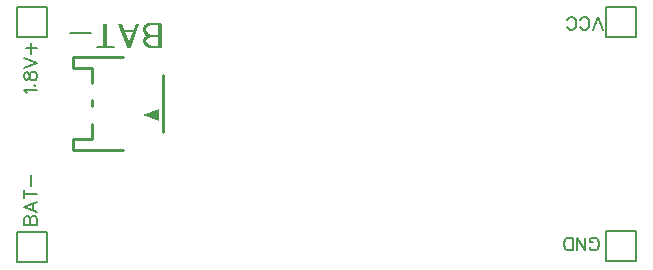
<source format=gbo>
G04 Layer: BottomSilkscreenLayer*
G04 EasyEDA v6.5.42, 2024-05-27 16:03:50*
G04 5a823164b2b14e8aa45e0a56d25f44cb,4b06660695a64fe3bf0f4e1e846abbee,10*
G04 Gerber Generator version 0.2*
G04 Scale: 100 percent, Rotated: No, Reflected: No *
G04 Dimensions in millimeters *
G04 leading zeros omitted , absolute positions ,4 integer and 5 decimal *
%FSLAX45Y45*%
%MOMM*%

%ADD10C,0.2032*%
%ADD11C,0.2030*%
%ADD12C,0.2540*%

%LPD*%
D10*
X2439962.0Y2736399.00000D02*
G01*
X2549065.0Y2736399.00000D01*
X2439962.0Y2736399.00000D02*
G01*
X2439962.0Y2783158.00000D01*
X2445156.0Y2798744.00000D01*
X2450353.0Y2803941.00000D01*
X2460744.0Y2809135.00000D01*
X2471135.0Y2809135.00000D01*
X2481526.0Y2803941.00000D01*
X2486721.0Y2798744.00000D01*
X2491917.0Y2783158.00000D01*
X2491917.0Y2736399.00000D02*
G01*
X2491917.0Y2783158.00000D01*
X2497112.0Y2798744.00000D01*
X2502306.0Y2803941.00000D01*
X2512697.0Y2809135.00000D01*
X2528285.0Y2809135.00000D01*
X2538676.0Y2803941.00000D01*
X2543871.0Y2798744.00000D01*
X2549065.0Y2783158.00000D01*
X2549065.0Y2736399.00000D01*
X2439962.0Y2884989.00000D02*
G01*
X2549065.0Y2843425.00000D01*
X2439962.0Y2884989.00000D02*
G01*
X2549065.0Y2926552.00000D01*
X2512697.0Y2859013.00000D02*
G01*
X2512697.0Y2910966.00000D01*
X2439962.0Y2997212.00000D02*
G01*
X2549065.0Y2997212.00000D01*
X2439962.0Y2960842.00000D02*
G01*
X2439962.0Y3033580.00000D01*
X2502306.0Y3067870.00000D02*
G01*
X2502306.0Y3161387.00000D01*
X2460813.0Y3853999.00000D02*
G01*
X2455479.0Y3864413.00000D01*
X2439985.0Y3879906.00000D01*
X2548950.0Y3879906.00000D01*
X2523043.0Y3919530.00000D02*
G01*
X2528377.0Y3914196.00000D01*
X2533456.0Y3919530.00000D01*
X2528377.0Y3924611.00000D01*
X2523043.0Y3919530.00000D01*
X2439985.0Y3984809.00000D02*
G01*
X2445064.0Y3969314.00000D01*
X2455479.0Y3964235.00000D01*
X2465893.0Y3964235.00000D01*
X2476306.0Y3969314.00000D01*
X2481640.0Y3979729.00000D01*
X2486721.0Y4000556.00000D01*
X2491800.0Y4016051.00000D01*
X2502214.0Y4026464.00000D01*
X2512629.0Y4031799.00000D01*
X2528377.0Y4031799.00000D01*
X2538790.0Y4026464.00000D01*
X2543871.0Y4021385.00000D01*
X2548950.0Y4005637.00000D01*
X2548950.0Y3984809.00000D01*
X2543871.0Y3969314.00000D01*
X2538790.0Y3964235.00000D01*
X2528377.0Y3958901.00000D01*
X2512629.0Y3958901.00000D01*
X2502214.0Y3964235.00000D01*
X2491800.0Y3974649.00000D01*
X2486721.0Y3990143.00000D01*
X2481640.0Y4010971.00000D01*
X2476306.0Y4021385.00000D01*
X2465893.0Y4026464.00000D01*
X2455479.0Y4026464.00000D01*
X2445064.0Y4021385.00000D01*
X2439985.0Y4005637.00000D01*
X2439985.0Y3984809.00000D01*
X2439985.0Y4066088.00000D02*
G01*
X2548950.0Y4107491.00000D01*
X2439985.0Y4149146.00000D02*
G01*
X2548950.0Y4107491.00000D01*
X2455479.0Y4230172.00000D02*
G01*
X2548950.0Y4230172.00000D01*
X2502214.0Y4183437.00000D02*
G01*
X2502214.0Y4276909.00000D01*
X7227122.0Y2545392.00000D02*
G01*
X7232456.0Y2534978.00000D01*
X7242870.0Y2524564.00000D01*
X7253029.0Y2519484.00000D01*
X7273858.0Y2519484.00000D01*
X7284272.0Y2524564.00000D01*
X7294686.0Y2534978.00000D01*
X7300020.0Y2545392.00000D01*
X7305100.0Y2561139.00000D01*
X7305100.0Y2587047.00000D01*
X7300020.0Y2602542.00000D01*
X7294686.0Y2612956.00000D01*
X7284272.0Y2623370.00000D01*
X7273858.0Y2628449.00000D01*
X7253029.0Y2628449.00000D01*
X7242870.0Y2623370.00000D01*
X7232456.0Y2612956.00000D01*
X7227122.0Y2602542.00000D01*
X7227122.0Y2587047.00000D01*
X7253029.0Y2587047.00000D02*
G01*
X7227122.0Y2587047.00000D01*
X7192831.0Y2519484.00000D02*
G01*
X7192831.0Y2628449.00000D01*
X7192831.0Y2519484.00000D02*
G01*
X7120188.0Y2628449.00000D01*
X7120188.0Y2519484.00000D02*
G01*
X7120188.0Y2628449.00000D01*
X7085897.0Y2519484.00000D02*
G01*
X7085897.0Y2628449.00000D01*
X7085897.0Y2519484.00000D02*
G01*
X7049575.0Y2519484.00000D01*
X7033827.0Y2524564.00000D01*
X7023413.0Y2534978.00000D01*
X7018334.0Y2545392.00000D01*
X7013000.0Y2561139.00000D01*
X7013000.0Y2587047.00000D01*
X7018334.0Y2602542.00000D01*
X7023413.0Y2612956.00000D01*
X7033827.0Y2623370.00000D01*
X7049575.0Y2628449.00000D01*
X7085897.0Y2628449.00000D01*
X7343200.0Y4386383.00000D02*
G01*
X7301543.0Y4495349.00000D01*
X7260141.0Y4386383.00000D02*
G01*
X7301543.0Y4495349.00000D01*
X7147874.0Y4412291.00000D02*
G01*
X7152954.0Y4401877.00000D01*
X7163368.0Y4391463.00000D01*
X7173781.0Y4386383.00000D01*
X7194609.0Y4386383.00000D01*
X7205024.0Y4391463.00000D01*
X7215438.0Y4401877.00000D01*
X7220518.0Y4412291.00000D01*
X7225852.0Y4428038.00000D01*
X7225852.0Y4453946.00000D01*
X7220518.0Y4469441.00000D01*
X7215438.0Y4479855.00000D01*
X7205024.0Y4490269.00000D01*
X7194609.0Y4495349.00000D01*
X7173781.0Y4495349.00000D01*
X7163368.0Y4490269.00000D01*
X7152954.0Y4479855.00000D01*
X7147874.0Y4469441.00000D01*
X7035606.0Y4412291.00000D02*
G01*
X7040940.0Y4401877.00000D01*
X7051100.0Y4391463.00000D01*
X7061513.0Y4386383.00000D01*
X7082341.0Y4386383.00000D01*
X7092756.0Y4391463.00000D01*
X7103170.0Y4401877.00000D01*
X7108250.0Y4412291.00000D01*
X7113584.0Y4428038.00000D01*
X7113584.0Y4453946.00000D01*
X7108250.0Y4469441.00000D01*
X7103170.0Y4479855.00000D01*
X7092756.0Y4490269.00000D01*
X7082341.0Y4495349.00000D01*
X7061513.0Y4495349.00000D01*
X7051100.0Y4490269.00000D01*
X7040940.0Y4479855.00000D01*
X7035606.0Y4469441.00000D01*
X3596700.0Y4245852.00000D02*
G01*
X3596700.0Y4439814.00000D01*
X3596700.0Y4245852.00000D02*
G01*
X3513574.0Y4245852.00000D01*
X3485865.0Y4255087.00000D01*
X3476627.0Y4264323.00000D01*
X3467392.0Y4282796.00000D01*
X3467392.0Y4301270.00000D01*
X3476627.0Y4319743.00000D01*
X3485865.0Y4328979.00000D01*
X3513574.0Y4338214.00000D01*
X3596700.0Y4338214.00000D02*
G01*
X3513574.0Y4338214.00000D01*
X3485865.0Y4347452.00000D01*
X3476627.0Y4356687.00000D01*
X3467392.0Y4375161.00000D01*
X3467392.0Y4402870.00000D01*
X3476627.0Y4421343.00000D01*
X3485865.0Y4430579.00000D01*
X3513574.0Y4439814.00000D01*
X3596700.0Y4439814.00000D01*
X3332540.0Y4245852.00000D02*
G01*
X3406432.0Y4439814.00000D01*
X3332540.0Y4245852.00000D02*
G01*
X3258649.0Y4439814.00000D01*
X3378723.0Y4375161.00000D02*
G01*
X3286358.0Y4375161.00000D01*
X3133036.0Y4245852.00000D02*
G01*
X3133036.0Y4439814.00000D01*
X3197689.0Y4245852.00000D02*
G01*
X3068380.0Y4245852.00000D01*
X3007421.0Y4356687.00000D02*
G01*
X2841165.0Y4356687.00000D01*
X3584000.0Y4245852.00000D02*
G01*
X3584000.0Y4439814.00000D01*
X3584000.0Y4245852.00000D02*
G01*
X3500874.0Y4245852.00000D01*
X3473165.0Y4255087.00000D01*
X3463927.0Y4264323.00000D01*
X3454692.0Y4282796.00000D01*
X3454692.0Y4301270.00000D01*
X3463927.0Y4319743.00000D01*
X3473165.0Y4328979.00000D01*
X3500874.0Y4338214.00000D01*
X3584000.0Y4338214.00000D02*
G01*
X3500874.0Y4338214.00000D01*
X3473165.0Y4347452.00000D01*
X3463927.0Y4356687.00000D01*
X3454692.0Y4375161.00000D01*
X3454692.0Y4402870.00000D01*
X3463927.0Y4421343.00000D01*
X3473165.0Y4430579.00000D01*
X3500874.0Y4439814.00000D01*
X3584000.0Y4439814.00000D01*
X3319840.0Y4245852.00000D02*
G01*
X3393732.0Y4439814.00000D01*
X3319840.0Y4245852.00000D02*
G01*
X3245949.0Y4439814.00000D01*
X3366023.0Y4375161.00000D02*
G01*
X3273658.0Y4375161.00000D01*
X3120336.0Y4245852.00000D02*
G01*
X3120336.0Y4439814.00000D01*
X3184989.0Y4245852.00000D02*
G01*
X3055680.0Y4245852.00000D01*
X2994721.0Y4356687.00000D02*
G01*
X2828465.0Y4356687.00000D01*
G36*
X3585118.0Y3616712.00000D02*
G01*
X3445113.0Y3666699.00000D01*
X3585118.0Y3716686.00000D01*
G37*
X7368600.0Y4577899.00000D02*
G01*
X7622600.0Y4577899.00000D01*
X7622600.0Y4323899.00000D01*
X7368600.0Y4323899.00000D01*
X7368600.0Y4514399.00000D01*
D11*
X7368600.0Y4577899.00000D02*
G01*
X7368600.0Y4514399.00000D01*
D10*
X7368600.0Y2685599.00000D02*
G01*
X7622600.0Y2685599.00000D01*
X7622600.0Y2431599.00000D01*
X7368600.0Y2431599.00000D01*
X7368600.0Y2622099.00000D01*
D11*
X7368600.0Y2685599.00000D02*
G01*
X7368600.0Y2622099.00000D01*
D10*
X2377500.0Y4579499.00000D02*
G01*
X2631500.0Y4579499.00000D01*
X2631500.0Y4325499.00000D01*
X2377500.0Y4325499.00000D01*
X2377500.0Y4515999.00000D01*
D11*
X2377500.0Y4579499.00000D02*
G01*
X2377500.0Y4515999.00000D01*
D10*
X2377500.0Y2672899.00000D02*
G01*
X2631500.0Y2672899.00000D01*
X2631500.0Y2418899.00000D01*
X2377500.0Y2418899.00000D01*
X2377500.0Y2609399.00000D01*
D11*
X2377500.0Y2672899.00000D02*
G01*
X2377500.0Y2609399.00000D01*
D12*
X3012704.0Y3593471.00000D02*
G01*
X3012704.0Y3466725.00000D01*
X2855224.0Y3466725.00000D01*
X2855224.0Y3371729.00000D01*
X3012600.0Y3793585.00000D02*
G01*
X3012600.0Y3739813.00000D01*
X2855102.0Y4161699.00000D02*
G01*
X2855102.0Y4066698.00000D01*
X3012600.0Y4066698.00000D01*
X3012600.0Y3939812.00000D01*
X2855102.0Y4161699.00000D02*
G01*
X3276983.0Y4161699.00000D01*
X3615100.0Y4006698.00000D02*
G01*
X3615100.0Y3526699.00000D01*
X2855102.0Y3371698.00000D02*
G01*
X3276983.0Y3371698.00000D01*
M02*

</source>
